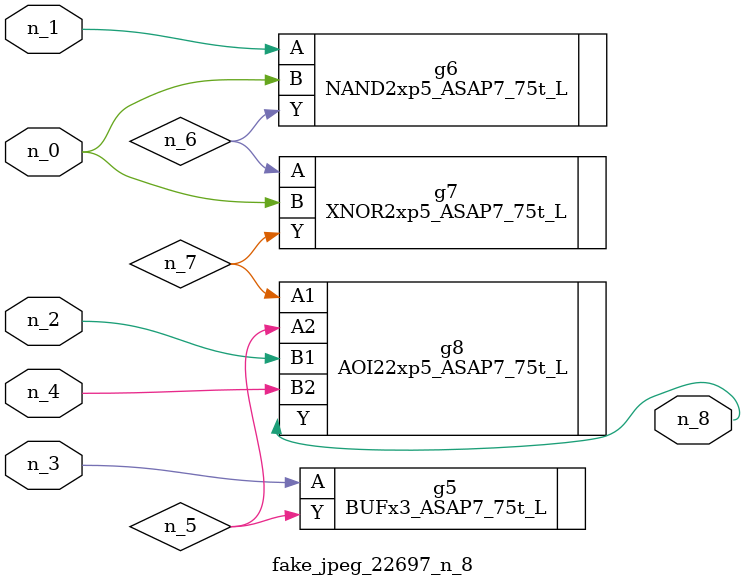
<source format=v>
module fake_jpeg_22697_n_8 (n_3, n_2, n_1, n_0, n_4, n_8);

input n_3;
input n_2;
input n_1;
input n_0;
input n_4;

output n_8;

wire n_6;
wire n_5;
wire n_7;

BUFx3_ASAP7_75t_L g5 ( 
.A(n_3),
.Y(n_5)
);

NAND2xp5_ASAP7_75t_L g6 ( 
.A(n_1),
.B(n_0),
.Y(n_6)
);

XNOR2xp5_ASAP7_75t_L g7 ( 
.A(n_6),
.B(n_0),
.Y(n_7)
);

AOI22xp5_ASAP7_75t_L g8 ( 
.A1(n_7),
.A2(n_5),
.B1(n_2),
.B2(n_4),
.Y(n_8)
);


endmodule
</source>
